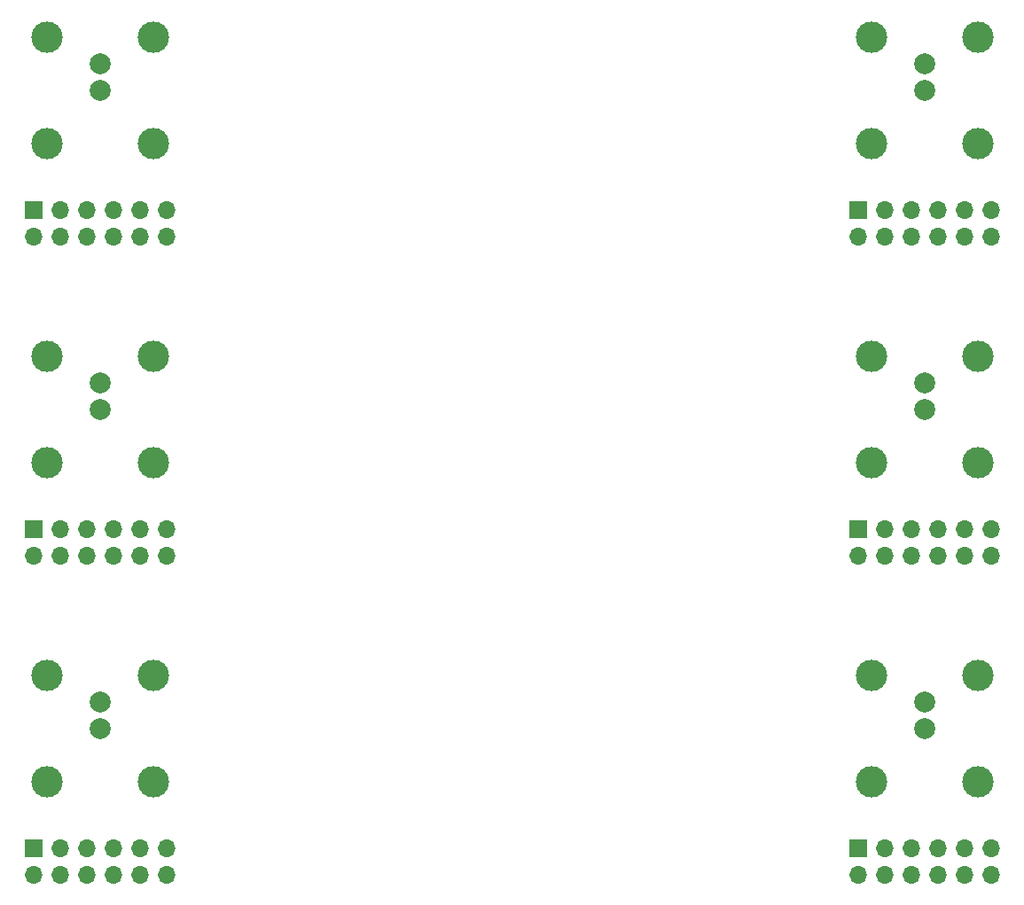
<source format=gts>
G04 #@! TF.GenerationSoftware,KiCad,Pcbnew,6.0.9-8da3e8f707~116~ubuntu20.04.1*
G04 #@! TF.CreationDate,2023-03-12T20:11:02+01:00*
G04 #@! TF.ProjectId,six_to_six_vertical,7369785f-746f-45f7-9369-785f76657274,rev?*
G04 #@! TF.SameCoordinates,Original*
G04 #@! TF.FileFunction,Soldermask,Top*
G04 #@! TF.FilePolarity,Negative*
%FSLAX46Y46*%
G04 Gerber Fmt 4.6, Leading zero omitted, Abs format (unit mm)*
G04 Created by KiCad (PCBNEW 6.0.9-8da3e8f707~116~ubuntu20.04.1) date 2023-03-12 20:11:02*
%MOMM*%
%LPD*%
G01*
G04 APERTURE LIST*
%ADD10R,1.700000X1.700000*%
%ADD11O,1.700000X1.700000*%
%ADD12C,2.000000*%
%ADD13C,3.000000*%
G04 APERTURE END LIST*
D10*
X101600000Y-101600000D03*
D11*
X101600000Y-104140000D03*
X104140000Y-101600000D03*
X104140000Y-104140000D03*
X106680000Y-101600000D03*
X106680000Y-104140000D03*
X109220000Y-101600000D03*
X109220000Y-104140000D03*
X111760000Y-101600000D03*
X111760000Y-104140000D03*
X114300000Y-101600000D03*
X114300000Y-104140000D03*
D10*
X101600000Y-71120000D03*
D11*
X101600000Y-73660000D03*
X104140000Y-71120000D03*
X104140000Y-73660000D03*
X106680000Y-71120000D03*
X106680000Y-73660000D03*
X109220000Y-71120000D03*
X109220000Y-73660000D03*
X111760000Y-71120000D03*
X111760000Y-73660000D03*
X114300000Y-71120000D03*
X114300000Y-73660000D03*
D10*
X180340000Y-132080000D03*
D11*
X180340000Y-134620000D03*
X182880000Y-132080000D03*
X182880000Y-134620000D03*
X185420000Y-132080000D03*
X185420000Y-134620000D03*
X187960000Y-132080000D03*
X187960000Y-134620000D03*
X190500000Y-132080000D03*
X190500000Y-134620000D03*
X193040000Y-132080000D03*
X193040000Y-134620000D03*
D10*
X101600000Y-132080000D03*
D11*
X101600000Y-134620000D03*
X104140000Y-132080000D03*
X104140000Y-134620000D03*
X106680000Y-132080000D03*
X106680000Y-134620000D03*
X109220000Y-132080000D03*
X109220000Y-134620000D03*
X111760000Y-132080000D03*
X111760000Y-134620000D03*
X114300000Y-132080000D03*
X114300000Y-134620000D03*
D10*
X180340000Y-71120000D03*
D11*
X180340000Y-73660000D03*
X182880000Y-71120000D03*
X182880000Y-73660000D03*
X185420000Y-71120000D03*
X185420000Y-73660000D03*
X187960000Y-71120000D03*
X187960000Y-73660000D03*
X190500000Y-71120000D03*
X190500000Y-73660000D03*
X193040000Y-71120000D03*
X193040000Y-73660000D03*
D10*
X180340000Y-101600000D03*
D11*
X180340000Y-104140000D03*
X182880000Y-101600000D03*
X182880000Y-104140000D03*
X185420000Y-101600000D03*
X185420000Y-104140000D03*
X187960000Y-101600000D03*
X187960000Y-104140000D03*
X190500000Y-101600000D03*
X190500000Y-104140000D03*
X193040000Y-101600000D03*
X193040000Y-104140000D03*
D12*
X107950000Y-59690000D03*
D13*
X102870000Y-64770000D03*
X113030000Y-64770000D03*
D12*
X107950000Y-57150000D03*
D13*
X102870000Y-54610000D03*
X113030000Y-54610000D03*
D12*
X186690000Y-59690000D03*
D13*
X181610000Y-64770000D03*
X191770000Y-64770000D03*
X191770000Y-54610000D03*
X181610000Y-54610000D03*
D12*
X186690000Y-57150000D03*
X107950000Y-90170000D03*
D13*
X102870000Y-95250000D03*
X102870000Y-85090000D03*
X113030000Y-85090000D03*
X113030000Y-95250000D03*
D12*
X107950000Y-87630000D03*
X186690000Y-90170000D03*
X186690000Y-87630000D03*
D13*
X191770000Y-95250000D03*
X181610000Y-95250000D03*
X181610000Y-85090000D03*
X191770000Y-85090000D03*
D12*
X186690000Y-120650000D03*
D13*
X181610000Y-115570000D03*
D12*
X186690000Y-118110000D03*
D13*
X191770000Y-115570000D03*
X181610000Y-125730000D03*
X191770000Y-125730000D03*
D12*
X107950000Y-120650000D03*
D13*
X102870000Y-115570000D03*
X102870000Y-125730000D03*
D12*
X107950000Y-118110000D03*
D13*
X113030000Y-125730000D03*
X113030000Y-115570000D03*
M02*

</source>
